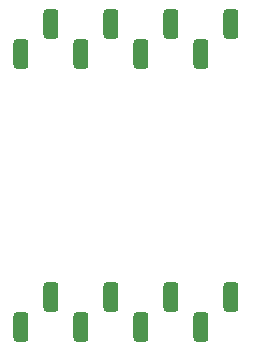
<source format=gbp>
%FSLAX24Y24*%
%MOIN*%
G70*
G01*
G75*
G04 Layer_Color=128*
G04:AMPARAMS|DCode=10|XSize=100mil|YSize=50mil|CornerRadius=12.5mil|HoleSize=0mil|Usage=FLASHONLY|Rotation=90.000|XOffset=0mil|YOffset=0mil|HoleType=Round|Shape=RoundedRectangle|*
%AMROUNDEDRECTD10*
21,1,0.1000,0.0250,0,0,90.0*
21,1,0.0750,0.0500,0,0,90.0*
1,1,0.0250,0.0125,0.0375*
1,1,0.0250,0.0125,-0.0375*
1,1,0.0250,-0.0125,-0.0375*
1,1,0.0250,-0.0125,0.0375*
%
%ADD10ROUNDEDRECTD10*%
%ADD11R,0.2000X0.1500*%
%ADD12R,0.1181X0.0457*%
%ADD13R,0.1181X0.0787*%
%ADD14R,0.3937X0.2756*%
%ADD15C,0.0197*%
%ADD16C,0.0100*%
%ADD17C,0.0200*%
%ADD18C,0.0100*%
%ADD19C,0.0200*%
%ADD20C,0.0591*%
%ADD21R,0.0591X0.0591*%
%ADD22O,0.0787X0.1575*%
%ADD23O,0.1575X0.0787*%
%ADD24O,0.0866X0.1732*%
%ADD25C,0.0600*%
%ADD26C,0.0787*%
%ADD27C,0.0079*%
%ADD28C,0.0300*%
%ADD29C,0.0090*%
%ADD30C,0.0020*%
%ADD31C,0.0118*%
%ADD32C,0.0059*%
%ADD33C,0.0070*%
G04:AMPARAMS|DCode=34|XSize=108mil|YSize=58mil|CornerRadius=16.5mil|HoleSize=0mil|Usage=FLASHONLY|Rotation=90.000|XOffset=0mil|YOffset=0mil|HoleType=Round|Shape=RoundedRectangle|*
%AMROUNDEDRECTD34*
21,1,0.1080,0.0250,0,0,90.0*
21,1,0.0750,0.0580,0,0,90.0*
1,1,0.0330,0.0125,0.0375*
1,1,0.0330,0.0125,-0.0375*
1,1,0.0330,-0.0125,-0.0375*
1,1,0.0330,-0.0125,0.0375*
%
%ADD34ROUNDEDRECTD34*%
%ADD35R,0.2080X0.1580*%
%ADD36R,0.1261X0.0537*%
%ADD37R,0.1261X0.0867*%
%ADD38R,0.4017X0.2836*%
%ADD39C,0.0280*%
%ADD40C,0.0671*%
%ADD41R,0.0671X0.0671*%
%ADD42O,0.0867X0.1655*%
%ADD43O,0.1655X0.0867*%
%ADD44O,0.0946X0.1812*%
%ADD45C,0.0680*%
%ADD46C,0.0867*%
D10*
X48470Y13800D02*
D03*
X50470D02*
D03*
X52470D02*
D03*
X54470D02*
D03*
X49470Y14800D02*
D03*
X51470D02*
D03*
X53470D02*
D03*
X55470D02*
D03*
Y5694D02*
D03*
X54470Y4694D02*
D03*
X52470D02*
D03*
X50470D02*
D03*
X48470D02*
D03*
X53470Y5694D02*
D03*
X51470D02*
D03*
X49470D02*
D03*
M02*

</source>
